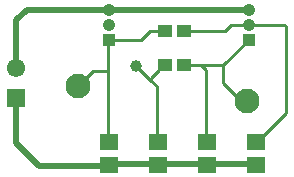
<source format=gtl>
G04*
G04 #@! TF.GenerationSoftware,Altium Limited,Altium Designer,23.5.1 (21)*
G04*
G04 Layer_Physical_Order=1*
G04 Layer_Color=255*
%FSLAX43Y43*%
%MOMM*%
G71*
G04*
G04 #@! TF.SameCoordinates,0A014DD4-22E2-4276-B171-07083C4432E0*
G04*
G04*
G04 #@! TF.FilePolarity,Positive*
G04*
G01*
G75*
%ADD11C,0.250*%
%ADD12R,1.550X1.350*%
%ADD13R,1.207X1.058*%
%ADD18C,1.050*%
%ADD19R,1.050X1.050*%
%ADD21C,0.500*%
%ADD22C,2.100*%
%ADD23R,1.550X1.550*%
%ADD24C,1.550*%
%ADD25C,1.000*%
D11*
X20701Y14351D02*
Y15875D01*
X22232Y12827D02*
X22733D01*
X21729Y13331D02*
X22232Y12827D01*
X21721Y13331D02*
X21729D01*
X20701Y14351D02*
X21721Y13331D01*
X8382Y14097D02*
X9652Y15367D01*
X10922D02*
Y17907D01*
X9652Y15367D02*
X10922D01*
Y9525D02*
Y15367D01*
X20828Y18796D02*
X21336Y19304D01*
X20701Y15875D02*
X22860Y18034D01*
X25889Y19304D02*
X26035Y19158D01*
Y11838D02*
Y19158D01*
X21336Y19304D02*
X25889D01*
X23595Y9398D02*
X26035Y11838D01*
X23495Y9398D02*
X23595D01*
X19219Y9525D02*
X19346Y9398D01*
X15071Y9525D02*
X15198Y9398D01*
X10922Y9525D02*
X11049Y9398D01*
X14478Y18796D02*
X15748D01*
X11049Y18034D02*
X13716D01*
X14478Y18796D01*
X10922Y17907D02*
X11049Y18034D01*
X14605Y14559D02*
Y14813D01*
Y14559D02*
X15071Y14094D01*
X13312Y15853D02*
X14605Y14559D01*
X15071Y9525D02*
Y14094D01*
X18796Y15875D02*
X20701D01*
X17400D02*
X18796D01*
X19219Y15452D01*
X17400Y18796D02*
X20828D01*
X14605Y14813D02*
X15270Y15477D01*
Y15626D01*
X17527Y18923D02*
X17601D01*
X17453D02*
X17527D01*
X17400Y18796D02*
X17527Y18923D01*
X19219Y9525D02*
Y15452D01*
X11049Y19304D02*
X11265D01*
D12*
X11049Y7448D02*
D03*
Y9398D02*
D03*
X15198D02*
D03*
Y7448D02*
D03*
X19346Y9398D02*
D03*
Y7448D02*
D03*
X23495Y9398D02*
D03*
Y7448D02*
D03*
D13*
X17400Y18796D02*
D03*
X15748D02*
D03*
X17400Y15875D02*
D03*
X15748D02*
D03*
D18*
X22860Y20574D02*
D03*
Y19304D02*
D03*
X11049D02*
D03*
Y20574D02*
D03*
D19*
X22860Y18034D02*
D03*
X11049D02*
D03*
D21*
X3175Y15621D02*
Y19685D01*
X4064Y20574D02*
X11049D01*
X3175Y19685D02*
X4064Y20574D01*
X19346Y7493D02*
X23450D01*
X11049D02*
X15198D01*
X19346D01*
X3175Y9271D02*
Y13081D01*
X5080Y7366D02*
X10967D01*
X3175Y9271D02*
X5080Y7366D01*
X11049Y20574D02*
X22860D01*
X10967Y7366D02*
X11049Y7448D01*
X23450Y7493D02*
X23495Y7448D01*
D22*
X8382Y14097D02*
D03*
X22733Y12827D02*
D03*
D23*
X3175Y13081D02*
D03*
D24*
Y15621D02*
D03*
D25*
X13312Y15853D02*
D03*
M02*

</source>
